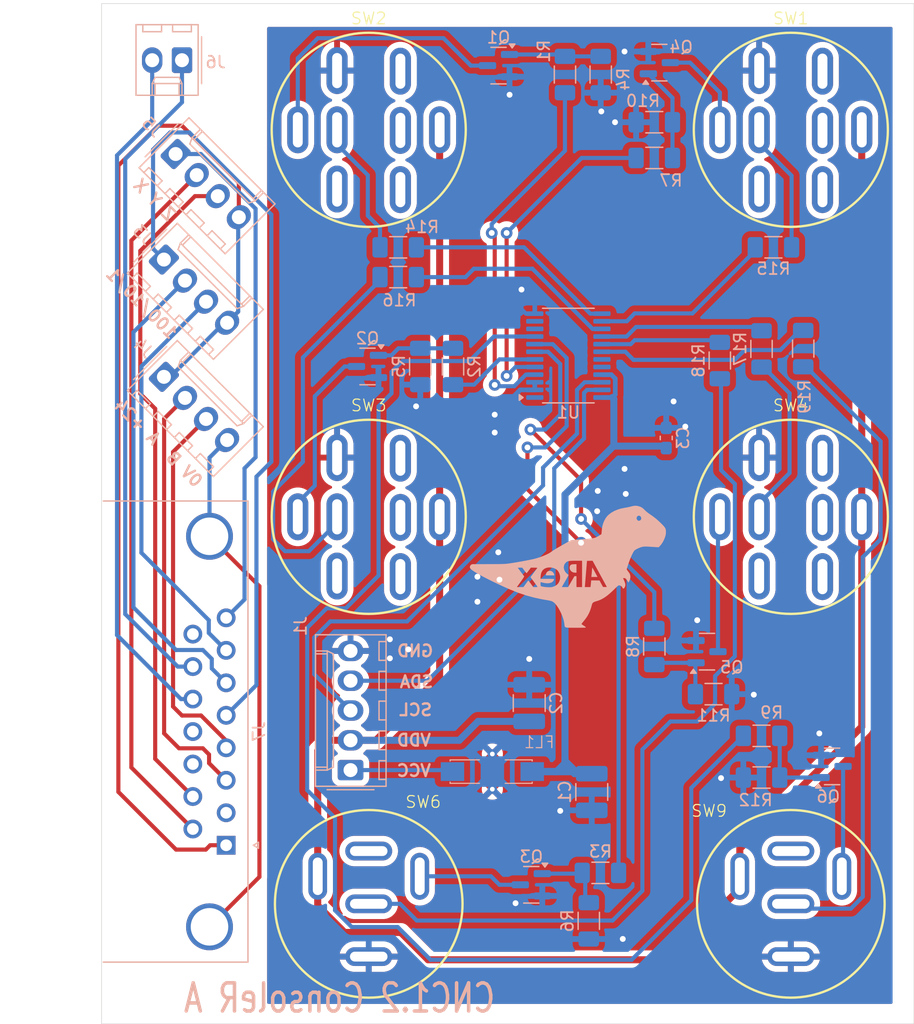
<source format=kicad_pcb>
(kicad_pcb (version 20240108) (generator "pcbnew") (generator_version "8.0")
  (layers (0 "F.Cu" signal) (31 "B.Cu" signal) (34 "B.Paste" user) (35 "F.Paste" user) (36 "B.SilkS" user "B.Silkscreen") (37 "F.SilkS" user "F.Silkscreen") (38 "B.Mask" user) (39 "F.Mask" user) (44 "Edge.Cuts" user))
  (net 0 "")
  (net 1 "VDD")
  (net 2 "SDA")
  (net 3 "SCL")
  (net 9 "Net-(U1-IO1_0)")
  (net 10 "Net-(U1-IO1_1)")
  (net 11 "Net-(U1-IO1_2)")
  (net 12 "Net-(U1-IO1_3)")
  (net 13 "Net-(U1-IO1_4)")
  (net 14 "VCC")
  (net 15 "GND")
  (net 29 "DUST_LED")
  (net 30 "OVERRIDE_LED")
  (net 31 "COOLING_LED")
  (net 32 "RELEASE_LED")
  (net 33 "DOOR_LED")
  (net 34 "PGM_LED")
  (net 35 "DUST_SW")
  (net 36 "OVERRIDE_SW")
  (net 37 "COOLING_SW")
  (net 38 "RELEASE_SW")
  (net 39 "DOOR_SW")
  (net 40 "PGM_SW")
  (net 41 "Net-(J1-Pin_1)")
  (net 42 "Net-(Q1-D)")
  (net 43 "Net-(Q1-G)")
  (net 44 "Net-(Q2-D)")
  (net 45 "Net-(Q2-G)")
  (net 46 "Net-(Q3-G)")
  (net 47 "Net-(Q3-D)")
  (net 48 "Net-(Q4-D)")
  (net 49 "Net-(Q4-G)")
  (net 50 "Net-(Q5-G)")
  (net 51 "Net-(Q5-D)")
  (net 52 "Net-(Q6-G)")
  (net 53 "Net-(Q6-D)")
  (net 54 "E_STOP1")
  (net 55 "E_STOP2")
  (net 56 "MPG_A")
  (net 58 "RES_1")
  (net 59 "MPG_B")
  (net 60 "RES_100")
  (net 61 "Y_AXIS_SELECT")
  (net 62 "Z_AXIS_SELECT")
  (net 63 "X_AXIS_SELECT")
  (net 66 "RES_10")
  (net 67 "+24V")
  (net 68 "0V")
  (net 70 "Net-(U1-IO1_5)")
  (footprint "Adarwoo:PUSH_STDP_LED" (layer "F.Cu") (at 199.5 219.764)
    (property "Reference" "SW9")
    (property "Value" "~")
  )
  (footprint "Adarwoo:DPDT-LED12V" (layer "F.Cu") (at 199.5 186.764)
    (property "Reference" "SW4")
    (property "Value" "~" (hide yes))
  )
  (footprint "Adarwoo:DPDT-LED12V" (layer "F.Cu") (at 163.5 153.764)
    (property "Reference" "SW2")
    (property "Value" "~" (hide yes))
  )
  (footprint "Adarwoo:DPDT-LED12V" (layer "F.Cu") (at 163.5 186.764)
    (property "Reference" "SW3")
    (property "Value" "~" (hide yes))
  )
  (footprint "Adarwoo:DPDT-LED12V" (layer "F.Cu") (at 199.5 153.764)
    (property "Reference" "SW1")
    (property "Value" "~" (hide yes))
  )
  (footprint "Adarwoo:PUSH_STDP_LED" (layer "F.Cu") (at 163.5 219.764)
    (property "Reference" "SW6")
    (property "Value" "~")
  )
  (footprint "Connector_Molex:Molex_KK-254_AE-6410-04A_1x04_P2.54mm_Vertical" (layer "B.Cu") (at 146.031949 164.827949 -45)
    (property "Reference" "J3")
    (property "Value" "Conn_01x04_Pin")
  )
  (footprint "Resistor_SMD:R_1206_3216Metric_Pad1.30x1.75mm_HandSolder" (layer "B.Cu") (at 192.91 201.884)
    (property "Reference" "R11")
    (property "Value" "100k")
  )
  (footprint "Connector_Molex:Molex_KK-254_AE-6410-05A_1x05_P2.54mm_Vertical" (layer "B.Cu") (at 161.948 208.361 90)
    (property "Reference" "J1")
    (property "Value" "Conn_01x05_Pin")
  )
  (footprint "Resistor_SMD:R_1206_3216Metric_Pad1.30x1.75mm_HandSolder" (layer "B.Cu") (at 182.268 221.214 -90)
    (property "Reference" "R6")
    (property "Value" "100k")
  )
  (footprint "Resistor_SMD:R_1206_3216Metric_Pad1.30x1.75mm_HandSolder" (layer "B.Cu") (at 166.012 163.784 180)
    (property "Reference" "R14")
    (property "Value" "332")
  )
  (footprint "Resistor_SMD:R_1206_3216Metric_Pad1.30x1.75mm_HandSolder" (layer "B.Cu") (at 187.856 156.164)
    (property "Reference" "R7")
    (property "Value" "22")
  )
  (footprint "Resistor_SMD:R_1206_3216Metric_Pad1.30x1.75mm_HandSolder" (layer "B.Cu") (at 180.236 149.052 90)
    (property "Reference" "R1")
    (property "Value" "22")
  )
  (footprint "Resistor_SMD:R_1206_3216Metric_Pad1.30x1.75mm_HandSolder" (layer "B.Cu") (at 187.856 153.116 180)
    (property "Reference" "R10")
    (property "Value" "100k")
  )
  (footprint "Resistor_SMD:R_1206_3216Metric_Pad1.30x1.75mm_HandSolder" (layer "B.Cu") (at 200.556 172.42 -90)
    (property "Reference" "R19")
    (property "Value" "332")
  )
  (footprint "Resistor_SMD:R_1206_3216Metric_Pad1.30x1.75mm_HandSolder" (layer "B.Cu") (at 187.856 197.82 -90)
    (property "Reference" "R8")
    (property "Value" "22")
  )
  (footprint "Resistor_SMD:R_1206_3216Metric_Pad1.30x1.75mm_HandSolder" (layer "B.Cu") (at 167.894 173.944 -90)
    (property "Reference" "R5")
    (property "Value" "100k")
  )
  (footprint "Resistor_SMD:R_1206_3216Metric_Pad1.30x1.75mm_HandSolder" (layer "B.Cu") (at 197 205.44)
    (property "Reference" "R9")
    (property "Value" "22")
  )
  (footprint "Connector_Molex:Molex_KK-254_AE-6410-04A_1x04_P2.54mm_Vertical" (layer "B.Cu") (at 147.031949 155.827949 -45)
    (property "Reference" "J5")
    (property "Value" "Conn_01x04_Pin")
  )
  (footprint "Package_TO_SOT_SMD:SOT-23" (layer "B.Cu") (at 163.3935 173.944 180)
    (property "Reference" "Q2")
    (property "Value" "BSS138")
  )
  (footprint "cnc:Murata_NFM61R" (layer "B.Cu") (at 174.042 208.488 180)
    (property "Reference" "FL1")
    (property "Value" "Filter_EMI_LCL")
  )
  (footprint "Package_TO_SOT_SMD:SOT-23" (layer "B.Cu") (at 203.0175 208.046)
    (property "Reference" "Q6")
    (property "Value" "BSS138")
  )
  (footprint "Capacitor_SMD:C_1210_3225Metric_Pad1.33x2.70mm_HandSolder" (layer "B.Cu") (at 177.188 202.646 90)
    (property "Reference" "C2")
    (property "Value" "47u")
  )
  (footprint "Connector_Dsub:DSUB-15_Male_Horizontal_P2.77x2.84mm_EdgePinOffset7.70mm_Housed_MountingHolesOffset9.12mm" (layer "B.Cu") (at 151.34 214.769 90)
    (property "Reference" "J7")
    (property "Value" "DA15_Plug_MountingHoles")
  )
  (footprint "Capacitor_SMD:C_1210_3225Metric_Pad1.33x2.70mm_HandSolder" (layer "B.Cu") (at 182.522 210.2275 -90)
    (property "Reference" "C1")
    (property "Value" "47u")
  )
  (footprint "Resistor_SMD:R_1206_3216Metric_Pad1.30x1.75mm_HandSolder" (layer "B.Cu") (at 183.284 149.052 -90)
    (property "Reference" "R4")
    (property "Value" "100k")
  )
  (footprint "Package_TO_SOT_SMD:SOT-23" (layer "B.Cu") (at 177.3635 218.14 180)
    (property "Reference" "Q3")
    (property "Value" "BSS138")
  )
  (footprint "Connector_Molex:Molex_KK-254_AE-6410-04A_1x04_P2.54mm_Vertical" (layer "B.Cu") (at 146.031949 174.827949 -45)
    (property "Reference" "J4")
    (property "Value" "Conn_01x04_Pin")
  )
  (footprint "Connector_Molex:Molex_KK-254_AE-6410-02A_1x02_P2.54mm_Vertical" (layer "B.Cu") (at 147.571949 147.827949 180)
    (property "Reference" "J6")
    (property "Value" "Conn_01x02_Pin")
  )
  (footprint "Resistor_SMD:R_1206_3216Metric_Pad1.30x1.75mm_HandSolder" (layer "B.Cu") (at 197 172.446 -90)
    (property "Reference" "R17")
    (property "Value" "332")
  )
  (footprint "Resistor_SMD:R_1206_3216Metric_Pad1.30x1.75mm_HandSolder" (layer "B.Cu") (at 166.012 166.324 180)
    (property "Reference" "R16")
    (property "Value" "332")
  )
  (footprint "Capacitor_SMD:C_0603_1608Metric_Pad1.08x0.95mm_HandSolder" (layer "B.Cu") (at 188.872 180.04 90)
    (property "Reference" "C3")
    (property "Value" "100n")
  )
  (footprint "Package_TO_SOT_SMD:SOT-23" (layer "B.Cu") (at 192.3495 198.262)
    (property "Reference" "Q5")
    (property "Value" "BSS138")
  )
  (footprint "Resistor_SMD:R_1206_3216Metric_Pad1.30x1.75mm_HandSolder" (layer "B.Cu") (at 198.016 163.784)
    (property "Reference" "R15")
    (property "Value" "332")
  )
  (footprint "Resistor_SMD:R_1206_3216Metric_Pad1.30x1.75mm_HandSolder" (layer "B.Cu") (at 193.444 173.436 -90)
    (property "Reference" "R18")
    (property "Value" "332")
  )
  (footprint "Resistor_SMD:R_1206_3216Metric_Pad1.30x1.75mm_HandSolder" (layer "B.Cu") (at 197 208.996 180)
    (property "Reference" "R12")
    (property "Value" "100k")
  )
  (footprint "Resistor_SMD:R_1206_3216Metric_Pad1.30x1.75mm_HandSolder" (layer "B.Cu") (at 183.258 217.124 180)
    (property "Reference" "R3")
    (property "Value" "22")
  )
  (footprint "Resistor_SMD:R_1206_3216Metric_Pad1.30x1.75mm_HandSolder" (layer "B.Cu") (at 170.688 173.944 90)
    (property "Reference" "R2")
    (property "Value" "22")
  )
  (footprint "Package_TO_SOT_SMD:SOT-23" (layer "B.Cu") (at 188.2855 148.036)
    (property "Reference" "Q4")
    (property "Value" "BSS138")
  )
  (footprint "Package_SO:TSSOP-24_4.4x7.8mm_P0.65mm" (layer "B.Cu") (at 180.5255 173.015)
    (property "Reference" "U1")
    (property "Value" "PCA9555PW")
  )
  (footprint "Package_TO_SOT_SMD:SOT-23" (layer "B.Cu") (at 174.5695 148.29 180)
    (property "Reference" "Q1")
    (property "Value" "BSS138")
  )
  (footprint "LOGO" (layer "B.Cu") (at 180.4924 191.008 180)
    (property "Reference" "G***" (hide yes))
    (property "Value" "LOGO" (hide yes))
  )
  (gr_rect (start 140.714 143) (end 210 230) (stroke (width 0.05)) (fill none) (layer "Edge.Cuts"))
  (gr_text "SDA" (at 169.1132 201.422 0) (layer "B.SilkS") (effects (font (size 1 1) (thickness 0.2)) (justify left bottom mirror)))
  (gr_text "Z Y X" (at 146.426749 161.760349 315) (layer "B.SilkS") (effects (font (size 1 1) (thickness 0.2) (bold yes)) (justify left bottom mirror)))
  (gr_text "VDD" (at 168.91 206.4004 0) (layer "B.SilkS") (effects (font (size 1 1) (thickness 0.2)) (justify left bottom mirror)))
  (gr_text "SCL" (at 169.0116 203.8096 0) (layer "B.SilkS") (effects (font (size 1 1) (thickness 0.2)) (justify left bottom mirror)))
  (gr_text "100/10/1" (at 146.579149 171.818749 315) (layer "B.SilkS") (effects (font (size 1 1) (thickness 0.2) (bold yes)) (justify left bottom mirror)))
  (gr_text "VCC" (at 168.91 208.9912 0) (layer "B.SilkS") (effects (font (size 1 1) (thickness 0.2)) (justify left bottom mirror)))
  (gr_text "GND" (at 169.1132 198.7804 0) (layer "B.SilkS") (effects (font (size 1 1) (thickness 0.2)) (justify left bottom mirror)))
  (gr_text "0V B  A +24" (at 148.712749 184.467949 315) (layer "B.SilkS") (effects (font (size 1 1) (thickness 0.2) (bold yes)) (justify left bottom mirror)))
  (gr_text "CNC1.2 ConsoleR A" (at 174.4472 229.2096 0) (layer "B.SilkS") (effects (font (size 2.4 1.8) (thickness 0.3)) (justify left bottom mirror)))
  (segment (start 205.55 204.66) (end 205.55 186.764) (width 0.6) (layer "F.Cu") (net 1))
  (segment (start 205.55 186.764) (end 205.55 153.764) (width 0.6) (layer "F.Cu") (net 1))
  (segment (start 159.15 206.714) (end 160.043 205.821) (width 0.6) (layer "F.Cu") (net 1))
  (segment (start 161.44 222.204) (end 159.15 219.914) (width 0.6) (layer "F.Cu") (net 1))
  (segment (start 166.236 222.204) (end 161.44 222.204) (width 0.6) (layer "F.Cu") (net 1))
  (segment (start 160.043 205.821) (end 161.948 205.821) (width 0.6) (layer "F.Cu") (net 1))
  (segment (start 169.55 200.378) (end 169.55 186.764) (width 0.6) (layer "F.Cu") (net 1))
  (segment (start 195.15 215.06) (end 205.55 204.66) (width 0.6) (layer "F.Cu") (net 1))
  (segment (start 169.55 186.764) (end 169.55 153.764) (width 0.6) (layer "F.Cu") (net 1))
  (segment (start 164.107 205.821) (end 169.55 200.378) (width 0.6) (layer "F.Cu") (net 1))
  (segment (start 161.948 205.821) (end 164.107 205.821) (width 0.6) (layer "F.Cu") (net 1))
  (segment (start 159.15 217.414) (end 159.15 206.714) (width 0.6) (layer "F.Cu") (net 1))
  (segment (start 195.15 218.466) (end 189.08 224.536) (width 0.6) (layer "F.Cu") (net 1))
  (segment (start 159.15 219.914) (end 159.15 217.414) (width 0.6) (layer "F.Cu") (net 1))
  (segment (start 168.568 224.536) (end 166.236 222.204) (width 0.6) (layer "F.Cu") (net 1))
  (segment (start 195.15 217.414) (end 195.15 215.06) (width 0.6) (layer "F.Cu") (net 1))
  (segment (start 189.08 224.536) (end 168.568 224.536) (width 0.6) (layer "F.Cu") (net 1))
  (segment (start 171.219 205.821) (end 172.8315 204.2085) (width 0.6) (layer "B.Cu") (net 1))
  (segment (start 172.8315 204.2085) (end 177.188 204.2085) (width 0.6) (layer "B.Cu") (net 1))
  (segment (start 161.948 205.821) (end 171.219 205.821) (width 0.6) (layer "B.Cu") (net 1))
  (segment (start 179.324 182.626) (end 181.864 180.086) (width 0.35) (layer "B.Cu") (net 2))
  (segment (start 181.864 180.086) (end 181.864 176.194) (width 0.35) (layer "B.Cu") (net 2))
  (segment (start 179.324 189.9412) (end 179.324 182.626) (width 0.35) (layer "B.Cu") (net 2))
  (segment (start 161.948 200.741) (end 168.5242 200.741) (width 0.35) (layer "B.Cu") (net 2))
  (segment (start 182.118 175.94) (end 183.388 175.94) (width 0.35) (layer "B.Cu") (net 2))
  (segment (start 181.864 176.194) (end 182.118 175.94) (width 0.35) (layer "B.Cu") (net 2))
  (segment (start 168.5242 200.741) (end 179.324 189.9412) (width 0.35) (layer "B.Cu") (net 2))
  (segment (start 161.948 203.281) (end 158.8516 200.1846) (width 0.35) (layer "B.Cu") (net 3))
  (segment (start 178.3684 182.5656) (end 181.264 179.67) (width 0.35) (layer "B.Cu") (net 3))
  (segment (start 181.264 179.67) (end 181.264 175.936378) (width 0.35) (layer "B.Cu") (net 3))
  (segment (start 181.264 175.936378) (end 181.910378 175.29) (width 0.35) (layer "B.Cu") (net 3))
  (segment (start 181.910378 175.29) (end 183.388 175.29) (width 0.35) (layer "B.Cu") (net 3))
  (segment (start 166.7764 195.6816) (end 178.3684 184.0896) (width 0.35) (layer "B.Cu") (net 3))
  (segment (start 158.8516 197.0532) (end 160.2232 195.6816) (width 0.35) (layer "B.Cu") (net 3))
  (segment (start 158.8516 200.1846) (end 158.8516 197.0532) (width 0.35) (layer "B.Cu") (net 3))
  (segment (start 160.2232 195.6816) (end 166.7764 195.6816) (width 0.35) (layer "B.Cu") (net 3))
  (segment (start 178.3684 184.0896) (end 178.3684 182.5656) (width 0.35) (layer "B.Cu") (net 3))
  (segment (start 182.394 169.44) (end 176.738 163.784) (width 0.35) (layer "B.Cu") (net 9))
  (segment (start 183.388 169.44) (end 182.394 169.44) (width 0.35) (layer "B.Cu") (net 9))
  (segment (start 176.738 163.784) (end 167.562 163.784) (width 0.35) (layer "B.Cu") (net 9))
  (segment (start 186.182 169.418) (end 185.51 170.09) (width 0.35) (layer "B.Cu") (net 10))
  (segment (start 191.1096 169.418) (end 186.182 169.418) (width 0.35) (layer "B.Cu") (net 10))
  (segment (start 185.51 170.09) (end 183.388 170.09) (width 0.35) (layer "B.Cu") (net 10))
  (segment (start 196.466 164.0616) (end 191.1096 169.418) (width 0.35) (layer "B.Cu") (net 10))
  (segment (start 177.458622 165.608) (end 172.466 165.608) (width 0.35) (layer "B.Cu") (net 11))
  (segment (start 171.75 166.324) (end 167.562 166.324) (width 0.35) (layer "B.Cu") (net 11))
  (segment (start 182.590622 170.74) (end 177.458622 165.608) (width 0.35) (layer "B.Cu") (net 11))
  (segment (start 183.388 170.74) (end 182.590622 170.74) (width 0.35) (layer "B.Cu") (net 11))
  (segment (start 172.466 165.608) (end 171.75 166.324) (width 0.35) (layer "B.Cu") (net 11))
  (segment (start 183.388 171.39) (end 185.486 171.39) (width 0.35) (layer "B.Cu") (net 12))
  (segment (start 185.486 171.39) (end 186.302 170.574) (width 0.35) (layer "B.Cu") (net 12))
  (segment (start 186.302 170.574) (end 196.678 170.574) (width 0.35) (layer "B.Cu") (net 12))
  (segment (start 185.846 172.04) (end 186.182 171.704) (width 0.35) (layer "B.Cu") (net 13))
  (segment (start 183.388 172.04) (end 185.846 172.04) (width 0.35) (layer "B.Cu") (net 13))
  (segment (start 186.182 171.704) (end 193.262 171.704) (width 0.35) (layer "B.Cu") (net 13))
  (segment (start 179.3748 208.488) (end 179.5224 208.488) (width 0.6) (layer "B.Cu") (net 14))
  (segment (start 179.5224 208.488) (end 180.2384 207.772) (width 0.6) (layer "B.Cu") (net 14))
  (segment (start 184.5255 176.3415) (end 184.5255 174.980122) (width 0.4) (layer "B.Cu") (net 14))
  (segment (start 184.404 176.717) (end 184.404 180.698) (width 0.6) (layer "B.Cu") (net 14))
  (segment (start 184.277 176.59) (end 184.404 176.717) (width 0.6) (layer "B.Cu") (net 14))
  (segment (start 184.185378 174.64) (end 183.388 174.64) (width 0.4) (layer "B.Cu") (net 14))
  (segment (start 180.2384 207.3656) (end 180.2384 184.8636) (width 0.6) (layer "B.Cu") (net 14))
  (segment (start 177.442 208.488) (end 182.345 208.488) (width 0.6) (layer "B.Cu") (net 14))
  (segment (start 180.2384 207.772) (end 181.0512 208.5848) (width 0.6) (layer "B.Cu") (net 14))
  (segment (start 181.0512 208.665) (end 182.522 208.665) (width 0.6) (layer "B.Cu") (net 14))
  (segment (start 184.368 180.734) (end 188.7035 180.734) (width 0.6) (layer "B.Cu") (net 14))
  (segment (start 178.562 208.488) (end 177.442 208.488) (width 0.6) (layer "B.Cu") (net 14))
  (segment (start 184.404 180.698) (end 184.368 180.734) (width 0.6) (layer "B.Cu") (net 14))
  (segment (start 184.277 176.59) (end 184.5255 176.3415) (width 0.4) (layer "B.Cu") (net 14))
  (segment (start 181.1528 208.488) (end 179.3748 208.488) (width 0.6) (layer "B.Cu") (net 14))
  (segment (start 181.0512 208.5848) (end 181.0512 208.665) (width 0.6) (layer "B.Cu") (net 14))
  (segment (start 180.2384 184.8636) (end 184.368 180.734) (width 0.6) (layer "B.Cu") (net 14))
  (segment (start 180.2384 207.772) (end 180.2384 207.3656) (width 0.6) (layer "B.Cu") (net 14))
  (segment (start 182.345 208.488) (end 181.1528 208.488) (width 0.6) (layer "B.Cu") (net 14))
  (segment (start 184.277 176.59) (end 183.388 176.59) (width 0.4) (layer "B.Cu") (net 14))
  (segment (start 179.3748 208.488) (end 178.562 208.488) (width 0.6) (layer "B.Cu") (net 14))
  (segment (start 180.2384 207.5736) (end 181.1528 208.488) (width 0.6) (layer "B.Cu") (net 14))
  (segment (start 181.1528 208.488) (end 178.562 208.488) (width 0.6) (layer "B.Cu") (net 14))
  (segment (start 184.5255 174.980122) (end 184.185378 174.64) (width 0.4) (layer "B.Cu") (net 14))
  (segment (start 180.2384 207.3656) (end 180.2384 207.5736) (width 0.6) (layer "B.Cu") (net 14))
  (via (at 189.5 176.924) (size 1) (drill 0.5) (layers "F.Cu" "B.Cu") (net 15))
  (via (at 166.878 198.0692) (size 1) (drill 0.5) (layers "F.Cu" "B.Cu") (net 15))
  (via (at 174.6504 192.1256) (size 1) (drill 0.5) (layers "F.Cu" "B.Cu") (net 15))
  (via (at 193.548 209.042) (size 1) (drill 0.5) (layers "F.Cu" "B.Cu") (net 15))
  (via (at 185.3184 182.6768) (size 1) (drill 0.5) (layers "F.Cu" "B.Cu") (net 15))
  (via (at 185.316 147.086) (size 1) (drill 0.5) (layers "F.Cu" "B.Cu") (net 15))
  (via (at 172.7708 191.8716) (size 1) (drill 0.5) (layers "F.Cu" "B.Cu") (net 15))
  (via (at 185.42 184.8104) (size 1) (drill 0.5) (layers "F.Cu" "B.Cu") (net 15))
  (via (at 191.516 195.58) (size 1) (drill 0.5) (layers "F.Cu" "B.Cu") (net 15))
  (via (at 165.3032 198.8312) (size 1) (drill 0.5) (layers "F.Cu" "B.Cu") (net 15))
  (via (at 167.5384 177.3428) (size 1) (drill 0.5) (layers "F.Cu" "B.Cu") (net 15))
  (via (at 174.244 179.578) (size 1) (drill 0.5) (layers "F.Cu" "B.Cu") (net 15))
  (via (at 190.5 179.07) (size 1) (drill 0.5) (layers "F.Cu" "B.Cu") (net 15))
  (via (at 185.166 222.758) (size 1) (drill 0.5) (layers "F.Cu" "B.Cu") (net 15))
  (via (at 179.832 211.836) (size 1) (drill 0.5) (layers "F.Cu" "B.Cu") (net 15))
  (via (at 196.342 201.93) (size 1) (drill 0.5) (layers "F.Cu" "B.Cu") (net 15))
  (via (at 172.7708 194.0052) (size 1) (drill 0.5) (layers "F.Cu" "B.Cu") (net 15))
  (via (at 184.5056 153.116) (size 1) (drill 0.5) (layers "F.Cu" "B.Cu") (net 15))
  (via (at 183.3372 152.1968) (size 1) (drill 0.5) (layers "F.Cu" "B.Cu") (net 15))
  (via (at 183.0324 184.5564) (size 1) (drill 0.5) (layers "F.Cu" "B.Cu") (net 15))
  (via (at 174.244 178.054) (size 1) (drill 0.5) (layers "F.Cu" "B.Cu") (net 15))
  (via (at 176.022 219.71) (size 1) (drill 0.5) (layers "F.Cu" "B.Cu") (net 15))
  (via (at 176.53 167.386) (size 1) (drill 0.5) (layers "F.Cu" "B.Cu") (net 15))
  (via (at 174.5488 189.7888) (size 1) (drill 0.5) (layers "F.Cu" "B.Cu") (net 15))
  (via (at 177.188 198.882) (size 1) (drill 0.5) (layers "F.Cu" "B.Cu") (net 15))
  (via (at 201.93 205.232) (size 1) (drill 0.5) (layers "F.Cu" "B.Cu") (net 15))
  (via (at 175.514 150.7744) (size 1) (drill 0.5) (layers "F.Cu" "B.Cu") (net 15))
  (via (at 165.3032 197.2056) (size 1) (drill 0.5) (layers "F.Cu" "B.Cu") (net 15))
  (via (at 182.9816 186.2836) (size 1) (drill 0.5) (layers "F.Cu" "B.Cu") (net 15))
  (segment (start 176.53 167.386) (end 176.53 169.0624) (width 0.35) (layer "B.Cu") (net 15))
  (segment (start 185.316 147.086) (end 187.348 147.086) (width 0.35) (layer "B.Cu") (net 15))
  (segment (start 177.663 175.94) (end 176.414151 175.94) (width 0.4) (layer "B.Cu") (net 15))
  (segment (start 176.642 219.09) (end 178.301 219.09) (width 0.35) (layer "B.Cu") (net 15))
  (segment (start 176.414151 175.94) (end 174.300151 178.054) (width 0.4) (layer "B.Cu") (net 15))
  (segment (start 176.022 219.71) (end 176.642 219.09) (width 0.35) (layer "B.Cu") (net 15))
  (segment (start 176.53 169.0624) (end 176.9076 169.44) (width 0.35) (layer "B.Cu") (net 15))
  (segment (start 176.9076 169.44) (end 177.663 169.44) (width 0.35) (layer "B.Cu") (net 15))
  (segment (start 174.300151 178.054) (end 174.244 178.054) (width 0.4) (layer "B.Cu") (net 15))
  (segment (start 175.26 174.752) (end 175.26 162.56) (width 0.35) (layer "F.Cu") (net 29))
  (via (at 175.26 162.56) (size 1) (drill 0.5) (layers "F.Cu" "B.Cu") (net 29))
  (via (at 175.26 174.752) (size 1) (drill 0.5) (layers "F.Cu" "B.Cu") (net 29))
  (segment (start 181.656 156.164) (end 186.306 156.164) (width 0.35) (layer "B.Cu") (net 29))
  (segment (start 175.26 162.56) (end 181.656 156.164) (width 0.35) (layer "B.Cu") (net 29))
  (segment (start 176.022 173.99) (end 175.26 174.752) (width 0.35) (layer "B.Cu") (net 29))
  (segment (start 177.663 173.99) (end 176.022 173.99) (width 0.35) (layer "B.Cu") (net 29))
  (segment (start 174.244 175.514) (end 174.244 162.814) (width 0.35) (layer "F.Cu") (net 30))
  (segment (start 174.244 162.814) (end 173.99 162.56) (width 0.35) (layer "F.Cu") (net 30))
  (via (at 173.99 162.56) (size 1) (drill 0.5) (layers "F.Cu" "B.Cu") (net 30))
  (via (at 174.244 175.514) (size 1) (drill 0.5) (layers "F.Cu" "B.Cu") (net 30))
  (segment (start 173.99 161.798) (end 180.236 155.552) (width 0.35) (layer "B.Cu") (net 30))
  (segment (start 176.900978 174.64) (end 177.663 174.64) (width 0.35) (layer "B.Cu") (net 30))
  (segment (start 173.99 162.56) (end 173.99 161.798) (width 0.35) (layer "B.Cu") (net 30))
  (segment (start 174.244 175.514) (end 174.357 175.627) (width 0.35) (layer "B.Cu") (net 30))
  (segment (start 174.357 175.627) (end 175.913978 175.627) (width 0.35) (layer "B.Cu") (net 30))
  (segment (start 180.236 155.552) (end 180.236 150.602) (width 0.35) (layer "B.Cu") (net 30))
  (segment (start 175.913978 175.627) (end 176.900978 174.64) (width 0.35) (layer "B.Cu") (net 30))
  (segment (start 170.076 175.494) (end 172.486 175.494) (width 0.35) (layer "B.Cu") (net 31))
  (segment (start 174.64 173.34) (end 177.663 173.34) (width 0.35) (layer "B.Cu") (net 31))
  (segment (start 172.486 175.494) (end 174.64 173.34) (width 0.35) (layer "B.Cu") (net 31))
  (segment (start 181.61 186.944) (end 181.61 183.642) (width 0.35) (layer "F.Cu") (net 32))
  (segment (start 181.61 183.642) (end 177.292 179.324) (width 0.35) (layer "F.Cu") (net 32))
  (via (at 177.292 179.324) (size 1) (drill 0.5) (layers "F.Cu" "B.Cu") (net 32))
  (via (at 181.61 186.944) (size 1) (drill 0.5) (layers "F.Cu" "B.Cu") (net 32))
  (segment (start 179.832 178.054) (end 178.562 179.324) (width 0.35) (layer "B.Cu") (net 32))
  (segment (start 187.856 193.19) (end 181.61 186.944) (width 0.35) (layer "B.Cu") (net 32))
  (segment (start 178.786 172.69) (end 179.832 173.736) (width 0.35) (layer "B.Cu") (net 32))
  (segment (start 178.562 179.324) (end 177.292 179.324) (width 0.35) (layer "B.Cu") (net 32))
  (segment (start 177.663 172.69) (end 178.786 172.69) (width 0.35) (layer "B.Cu") (net 32))
  (segment (start 179.832 173.736) (end 179.832 178.054) (width 0.35) (layer "B.Cu") (net 32))
  (segment (start 187.856 196.27) (end 187.856 193.19) (width 0.35) (layer "B.Cu") (net 32))
  (segment (start 177.038 180.848) (end 177.038 184.404) (width 0.35) (layer "F.Cu") (net 33))
  (segment (start 177.038 184.404) (end 181.61 188.976) (width 0.35) (layer "F.Cu") (net 33))
  (via (at 177.038 180.848) (size 1) (drill 0.5) (layers "F.Cu" "B.Cu") (net 33))
  (via (at 181.61 188.976) (size 1) (drill 0.5) (layers "F.Cu" "B.Cu") (net 33))
  (segment (start 180.382 173.228) (end 180.382 179.028) (width 0.35) (layer "B.Cu") (net 33))
  (segment (start 181.61 188.976) (end 184.808 192.174) (width 0.35) (layer "B.Cu") (net 33))
  (segment (start 179.194 172.04) (end 180.382 173.228) (width 0.35) (layer "B.Cu") (net 33))
  (segment (start 178.562 180.848) (end 177.038 180.848) (width 0.35) (layer "B.Cu") (net 33))
  (segment (start 180.382 179.028) (end 178.562 180.848) (width 0.35) (layer "B.Cu") (net 33))
  (segment (start 177.663 172.04) (end 179.194 172.04) (width 0.35) (layer "B.Cu") (net 33))
  (segment (start 184.808 192.174) (end 184.808 217.124) (width 0.35) (layer "B.Cu") (net 33))
  (segment (start 160.622365 220.312365) (end 160.622365 212.438365) (width 0.35) (layer "B.Cu") (net 34))
  (segment (start 161.544 194.564) (end 164.338 191.77) (width 0.35) (layer "B.Cu") (net 34))
  (segment (start 162.052 221.742) (end 160.622365 220.312365) (width 0.35) (layer "B.Cu") (net 34))
  (segment (start 165.971472 221.742) (end 162.052 221.742) (width 0.35) (layer "B.Cu") (net 34))
  (segment (start 160.622365 212.438365) (end 158.2516 210.0676) (width 0.35) (layer "B.Cu") (net 34))
  (segment (start 158.2516 196.223922) (end 159.911522 194.564) (width 0.35) (layer "B.Cu") (net 34))
  (segment (start 164.338 191.77) (end 164.338 177.339559) (width 0.35) (layer "B.Cu") (net 34))
  (segment (start 168.765472 224.536) (end 165.971472 221.742) (width 0.35) (layer "B.Cu") (net 34))
  (segment (start 185.928 224.536) (end 168.765472 224.536) (width 0.35) (layer "B.Cu") (net 34))
  (segment (start 158.2516 210.0676) (end 158.2516 196.223922) (width 0.35) (layer "B.Cu") (net 34))
  (segment (start 165.4435 176.234059) (end 165.4435 174.4085) (width 0.35) (layer "B.Cu") (net 34))
  (segment (start 166.37 173.482) (end 172.085 173.482) (width 0.35) (layer "B.Cu") (net 34))
  (segment (start 174.177 171.39) (end 177.663 171.39) (width 0.35) (layer "B.Cu") (net 34))
  (segment (start 164.338 177.339559) (end 165.4435 176.234059) (width 0.35) (layer "B.Cu") (net 34))
  (segment (start 195.45 205.44) (end 191.008 209.882) (width 0.35) (layer "B.Cu") (net 34))
  (segment (start 191.008 209.882) (end 191.008 219.456) (width 0.35) (layer "B.Cu") (net 34))
  (segment (start 172.085 173.482) (end 174.177 171.39) (width 0.35) (layer "B.Cu") (net 34))
  (segment (start 159.911522 194.564) (end 161.544 194.564) (width 0.35) (layer "B.Cu") (net 34))
  (segment (start 165.4435 174.4085) (end 166.37 173.482) (width 0.35) (layer "B.Cu") (net 34))
  (segment (start 191.008 219.456) (end 185.928 224.536) (width 0.35) (layer "B.Cu") (net 34))
  (segment (start 199.566 157.6772) (end 196.8 154.9112) (width 0.35) (layer "B.Cu") (net 35))
  (segment (start 199.566 163.784) (end 199.566 157.6772) (width 0.35) (layer "B.Cu") (net 35))
  (segment (start 163.4236 157.6324) (end 160.8 155.0088) (width 0.35) (layer "B.Cu") (net 36))
  (segment (start 163.4236 161.0868) (end 163.4236 157.6324) (width 0.35) (layer "B.Cu") (net 36))
  (segment (start 164.462 162.1252) (end 163.4236 161.0868) (width 0.35) (layer "B.Cu") (net 36))
  (segment (start 164.462 163.784) (end 164.462 162.1252) (width 0.35) (layer "B.Cu") (net 36))
  (segment (start 158.392 189.692) (end 160.8 187.284) (width 0.35) (layer "B.Cu") (net 37))
  (segment (start 155.344 188.676) (end 156.36 189.692) (width 0.35) (layer "B.Cu") (net 37))
  (segment (start 155.344 184.612) (end 155.344 188.676) (width 0.35) (layer "B.Cu") (net 37))
  (segment (start 164.462 166.6016) (end 157.884 173.1796) (width 0.35) (layer "B.Cu") (net 37))
  (segment (start 157.884 173.1796) (end 157.884 182.072) (width 0.35) (layer "B.Cu") (net 37))
  (segment (start 157.884 182.072) (end 155.344 184.612) (width 0.35) (layer "B.Cu") (net 37))
  (segment (start 156.36 189.692) (end 158.392 189.692) (width 0.35) (layer "B.Cu") (net 37))
  (segment (start 199.39 176.2252) (end 197.1608 173.996) (width 0.35) (layer "B.Cu") (net 38))
  (segment (start 196.8 185.6224) (end 199.39 183.0324) (width 0.35) (layer "B.Cu") (net 38))
  (segment (start 199.39 183.0324) (end 199.39 176.2252) (width 0.35) (layer "B.Cu") (net 38))
  (segment (start 193.04 200.33819) (end 194.725 198.65319) (width 0.35) (layer "B.Cu") (net 39))
  (segment (start 184.3 221.188) (end 186.84 218.648) (width 0.35) (layer "B.Cu") (net 39))
  (segment (start 166.17 219.764) (end 167.594 221.188) (width 0.35) (layer "B.Cu") (net 39))
  (segment (start 193.04 202.692) (end 193.04 200.33819) (width 0.35) (layer "B.Cu") (net 39))
  (segment (start 167.594 221.188) (end 184.3 221.188) (width 0.35) (layer "B.Cu") (net 39))
  (segment (start 194.725 183.961439) (end 193.548 182.784439) (width 0.35) (layer "B.Cu") (net 39))
  (segment (start 191.516 204.216) (end 193.04 202.692) (width 0.35) (layer "B.Cu") (net 39))
  (segment (start 186.84 206.606) (end 189.23 204.216) (width 0.35) (layer "B.Cu") (net 39))
  (segment (start 193.548 182.784439) (end 193.548 175.09) (width 0.35) (layer "B.Cu") (net 39))
  (segment (start 186.84 218.648) (end 186.84 206.606) (width 0.35) (layer "B.Cu") (net 39))
  (segment (start 189.23 204.216) (end 191.516 204.216) (width 0.35) (layer "B.Cu") (net 39))
  (segment (start 194.725 198.65319) (end 194.725 183.961439) (width 0.35) (layer "B.Cu") (net 39))
  (segment (start 164.842 219.764) (end 166.17 219.764) (width 0.35) (layer "B.Cu") (net 39))
  (segment (start 199.908 220.172) (end 204.62 220.172) (width 0.35) (layer "B.Cu") (net 40))
  (segment (start 204.62 220.172) (end 205.636 219.156) (width 0.35) (layer "B.Cu") (net 40))
  (segment (start 205.636 219.156) (end 205.636 190.2) (width 0.35) (layer "B.Cu") (net 40))
  (segment (start 205.636 190.2) (end 207.16 188.676) (width 0.35) (layer "B.Cu") (net 40))
  (segment (start 207.16 180.3376) (end 200.7924 173.97) (width 0.35) (layer "B.Cu") (net 40))
  (segment (start 207.16 188.676) (end 207.16 180.3376) (width 0.35) (layer "B.Cu") (net 40))
  (segment (start 161.948 208.361) (end 170.515 208.361) (width 0.35) (layer "B.Cu") (net 41))
  (segment (start 157.45 147.6548) (end 159.1564 145.9484) (width 0.35) (layer "B.Cu") (net 42))
  (segment (start 157.45 153.764) (end 157.45 147.6548) (width 0.35) (layer "B.Cu") (net 42))
  (segment (start 169.8716 145.9484) (end 172.2132 148.29) (width 0.35) (layer "B.Cu") (net 42))
  (segment (start 159.1564 145.9484) (end 169.8716 145.9484) (width 0.35) (layer "B.Cu") (net 42))
  (segment (start 172.2132 148.29) (end 173.632 148.29) (width 0.35) (layer "B.Cu") (net 42))
  (segment (start 175.507 147.34) (end 180.074 147.34) (width 0.35) (layer "B.Cu") (net 43))
  (segment (start 180.236 147.502) (end 183.284 147.502) (width 0.35) (layer "B.Cu") (net 43))
  (segment (start 157.45 185.554) (end 158.9 184.104) (width 0.35) (layer "B.Cu") (net 44))
  (segment (start 158.9 184.104) (end 158.9 176.484) (width 0.35) (layer "B.Cu") (net 44))
  (segment (start 158.9 176.484) (end 161.44 173.944) (width 0.35) (layer "B.Cu") (net 44))
  (segment (start 161.44 173.944) (end 162.456 173.944) (width 0.35) (layer "B.Cu") (net 44))
  (segment (start 164.331 172.994) (end 165.438 172.994) (width 0.35) (layer "B.Cu") (net 45))
  (segment (start 166.038 172.394) (end 167.536 172.394) (width 0.35) (layer "B.Cu") (net 45))
  (segment (start 165.438 172.994) (end 166.038 172.394) (width 0.35) (layer "B.Cu") (net 45))
  (segment (start 167.536 172.394) (end 170.076 172.394) (width 0.35) (layer "B.Cu") (net 45))
  (segment (start 178.301 217.19) (end 181.642 217.19) (width 0.35) (layer "B.Cu") (net 46))
  (segment (start 181.9656 219.3616) (end 181.9656 217.3816) (width 0.35) (layer "B.Cu") (net 46))
  (segment (start 167.85 217.414) (end 173.922 217.414) (width 0.35) (layer "B.Cu") (net 47))
  (segment (start 174.648 218.14) (end 176.426 218.14) (width 0.35) (layer "B.Cu") (net 47))
  (segment (start 173.922 217.414) (end 174.648 218.14) (width 0.35) (layer "B.Cu") (net 47))
  (segment (start 193.45 150.582) (end 193.45 153.764) (width 0.35) (layer "B.Cu") (net 48))
  (segment (start 190.904 148.036) (end 193.45 150.582) (width 0.35) (layer "B.Cu") (net 48))
  (segment (start 189.223 148.036) (end 190.904 148.036) (width 0.35) (layer "B.Cu") (net 48))
  (segment (start 187.348 148.986) (end 189.406 151.044) (width 0.35) (layer "B.Cu") (net 49))
  (segment (start 189.406 156.164) (end 189.406 153.116) (width 0.35) (layer "B.Cu") (net 49))
  (segment (start 189.406 151.044) (end 189.406 153.116) (width 0.35) (layer "B.Cu") (net 49))
  (segment (start 191.36 201.884) (end 191.36 199.264) (width 0.35) (layer "B.Cu") (net 50))
  (segment (start 191.412 199.212) (end 188.014 199.212) (width 0.35) (layer "B.Cu") (net 50))
  (segment (start 193.287 198.262) (end 193.287 186.927) (width 0.35) (layer "B.Cu") (net 51))
  (segment (start 198.55 208.996) (end 202.08 208.996) (width 0.35) (layer "B.Cu") (net 52))
  (segment (start 198.55 208.996) (end 198.55 205.44) (width 0.35) (layer "B.Cu") (net 52))
  (segment (start 203.955 208.046) (end 203.955 217.309) (width 0.35) (layer "B.Cu") (net 53))
  (segment (start 142.031949 155.944349) (end 142.031949 196.85) (width 0.35) (layer "B.Cu") (net 54))
  (segment (start 148.5 202.304) (end 147.485949 202.304) (width 0.35) (layer "B.Cu") (net 54))
  (segment (start 145.031949 152.944349) (end 142.031949 155.944349) (width 0.35) (layer "B.Cu") (net 54))
  (segment (start 145.031949 147.827949) (end 145.031949 152.944349) (width 0.35) (layer "B.Cu") (net 54))
  (segment (start 147.485949 202.304) (end 142.031949 196.85) (width 0.35) (layer "B.Cu") (net 54))
  (segment (start 147.571949 151.420349) (end 147.571949 147.827949) (width 0.35) (layer "B.Cu") (net 55))
  (segment (start 142.731949 156.260349) (end 147.571949 151.420349) (width 0.35) (layer "B.Cu") (net 55))
  (segment (start 148.5 199.534) (end 147.21 199.534) (width 0.35) (layer "B.Cu") (net 55))
  (segment (start 142.731949 195.055949) (end 142.731949 156.260349) (width 0.35) (layer "B.Cu") (net 55))
  (segment (start 147.21 199.534) (end 142.731949 195.055949) (width 0.35) (layer "B.Cu") (net 55))
  (segment (start 151.34 209.229) (end 149.883 207.772) (width 0.35) (layer "F.Cu") (net 56))
  (segment (start 146.05 205.232) (end 146.05 178.402) (width 0.35) (layer "F.Cu") (net 56))
  (segment (start 149.883 207.772) (end 149.883 207.033) (width 0.35) (layer "F.Cu") (net 56))
  (segment (start 147.32 206.502) (end 146.05 205.232) (width 0.35) (layer "F.Cu") (net 56))
  (segment (start 149.352 206.502) (end 147.32 206.502) (width 0.35) (layer "F.Cu") (net 56))
  (segment (start 146.05 178.402) (end 147.828 176.624) (width 0.35) (layer "F.Cu") (net 56))
  (segment (start 149.883 207.033) (end 149.352 206.502) (width 0.35) (layer "F.Cu") (net 56))
  (segment (start 146.563568 153.987949) (end 148.191949 153.987949) (width 0.35) (layer "B.Cu") (net 58))
  (segment (start 155.194 182.07) (end 153.924 183.34) (width 0.35) (layer "B.Cu") (net 58))
  (segment (start 145.105949 163.901949) (end 145.105949 155.445568) (width 0.35) (layer "B.Cu") (net 58))
  (segment (start 145.105949 155.445568) (end 146.563568 153.987949) (width 0.35) (layer "B.Cu") (net 58))
  (segment (start 146.031949 164.827949) (end 145.105949 163.901949) (width 0.35) (layer "B.Cu") (net 58))
  (segment (start 155.194 160.99) (end 155.194 182.07) (width 0.35) (layer "B.Cu") (net 58))
  (segment (start 153.924 183.34) (end 153.924 201.105) (width 0.35) (layer "B.Cu") (net 58))
  (segment (start 153.924 201.105) (end 151.34 203.689) (width 0.35) (layer "B.Cu") (net 58))
  (segment (start 148.191949 153.987949) (end 155.194 160.99) (width 0.35) (layer "B.Cu") (net 58))
  (segment (start 149.201057 203.708) (end 147.574 203.708) (width 0.35) (layer "F.Cu") (net 59))
  (segment (start 151.34 205.846943) (end 149.201057 203.708) (width 0.35) (layer "F.Cu") (net 59))
  (segment (start 146.812 202.946) (end 146.812 181.232102) (width 0.35) (layer "F.Cu") (net 59))
  (segment (start 147.574 203.708) (end 146.812 202.946) (width 0.35) (layer "F.Cu") (net 59))
  (segment (start 146.812 181.232102) (end 149.624051 178.420051) (width 0.35) (layer "F.Cu") (net 59))
  (segment (start 144.112949 173.931153) (end 149.624051 168.420051) (width 0.35) (layer "B.Cu") (net 60))
  (segment (start 149.86 196.669) (end 149.86 195.58) (width 0.35) (layer "B.Cu") (net 60))
  (segment (start 149.86 195.58) (end 144.112949 189.832949) (width 0.35) (layer "B.Cu") (net 60))
  (segment (start 151.34 198.149) (end 149.86 196.669) (width 0.35) (layer "B.Cu") (net 60))
  (segment (start 144.112949 189.832949) (end 144.112949 173.931153) (width 0.35) (layer "B.Cu") (net 60))
  (segment (start 143.256 163.196) (end 143.256 208.14) (width 0.35) (layer "F.Cu") (net 61))
  (segment (start 148.828 157.624) (end 143.256 163.196) (width 0.35) (layer "F.Cu") (net 61))
  (segment (start 143.256 208.14) (end 148.5 213.384) (width 0.35) (layer "F.Cu") (net 61))
  (segment (start 144.018 176.276) (end 144.018 164.084) (width 0.35) (layer "F.Cu") (net 62))
  (segment (start 145.288 177.546) (end 144.018 176.276) (width 0.35) (layer "F.Cu") (net 62))
  (segment (start 148.5 210.614) (end 145.288 207.402) (width 0.35) (layer "F.Cu") (net 62))
  (segment (start 148.681949 159.420051) (end 150.624051 159.420051) (width 0.35) (layer "F.Cu") (net 62))
  (segment (start 144.018 164.084) (end 148.681949 159.420051) (width 0.35) (layer "F.Cu") (net 62))
  (segment (start 145.288 207.402) (end 145.288 177.546) (width 0.35) (layer "F.Cu") (net 62))
  (segment (start 152.908 182.626) (end 152.908 193.811) (width 0.35) (layer "B.Cu") (net 63))
  (segment (start 152.908 193.811) (end 151.34 195.379) (width 0.35) (layer "B.Cu") (net 63))
  (segment (start 153.849202 160.49373) (end 153.849202 181.684798) (width 0.35) (layer "B.Cu") (net 63))
  (segment (start 153.849202 181.684798) (end 152.908 182.626) (width 0.35) (layer "B.Cu") (net 63))
  (segment (start 149.183421 155.827949) (end 153.849202 160.49373) (width 0.35) (layer "B.Cu") (net 63))
  (segment (start 147.031949 155.827949) (end 149.183421 155.827949) (width 0.35) (layer "B.Cu") (net 63))
  (segment (start 147.066 198.12) (end 143.431949 194.485949) (width 0.35) (layer "B.Cu") (net 66))
  (segment (start 150.114 198.882) (end 149.352 198.12) (width 0.35) (layer "B.Cu") (net 66))
  (segment (start 149.352 198.12) (end 147.066 198.12) (width 0.35) (layer "B.Cu") (net 66))
  (segment (start 151.34 200.919) (end 150.114 199.693) (width 0.35) (layer "B.Cu") (net 66))
  (segment (start 143.431949 194.485949) (end 143.431949 171.020051) (width 0.35) (layer "B.Cu") (net 66))
  (segment (start 150.114 199.693) (end 150.114 198.882) (width 0.35) (layer "B.Cu") (net 66))
  (segment (start 143.431949 171.020051) (end 147.828 166.624) (width 0.35) (layer "B.Cu") (net 66))
  (segment (start 149.975 214.769) (end 149.606 215.138) (width 0.35) (layer "F.Cu") (net 67))
  (segment (start 142.148 156.81) (end 145.542 153.416) (width 0.35) (layer "F.Cu") (net 67))
  (segment (start 145.542 153.416) (end 147.574 153.416) (width 0.35) (layer "F.Cu") (net 67))
  (segment (start 152.420103 158.262103) (end 152.420103 161.216103) (width 0.35) (layer "F.Cu") (net 67))
  (segment (start 147.574 153.416) (end 152.420103 158.262103) (width 0.35) (layer "F.Cu") (net 67))
  (segment (start 147.066 215.138) (end 142.148 210.22) (width 0.35) (layer "F.Cu") (net 67))
  (segment (start 151.34 214.769) (end 149.975 214.769) (width 0.35) (layer "F.Cu") (net 67))
  (segment (start 149.606 215.138) (end 147.066 215.138) (width 0.35) (layer "F.Cu") (net 67))
  (segment (start 142.148 210.22) (end 142.148 156.81) (width 0.35) (layer "F.Cu") (net 67))
  (segment (start 151.420103 170.216103) (end 152.367949 169.268257) (width 0.35) (layer "B.Cu") (net 67))
  (segment (start 146.567149 174.827949) (end 151.178995 170.216103) (width 0.35) (layer "B.Cu") (net 67))
  (segment (start 152.367949 169.268257) (end 152.367949 161.268257) (width 0.35) (layer "B.Cu") (net 67))
  (segment (start 154.178 217.466) (end 154.178 192.682) (width 0.35) (layer "F.Cu") (net 68))
  (segment (start 149.92 221.724) (end 154.178 217.466) (width 0.35) (layer "F.Cu") (net 68))
  (segment (start 154.178 192.682) (end 149.92 188.424) (width 0.35) (layer "F.Cu") (net 68))
  (segment (start 149.92 188.424) (end 149.92 181.716206) (width 0.35) (layer "B.Cu") (net 68))
  (segment (start 149.92 181.716206) (end 151.420103 180.216103) (width 0.35) (layer "B.Cu") (net 68))
  (segment (start 200.2748 170.87) (end 198.6008 172.544) (width 0.35) (layer "B.Cu") (net 70))
  (segment (start 195.5528 172.544) (end 194.7164 173.3804) (width 0.35) (layer "B.Cu") (net 70))
  (segment (start 185.39 172.69) (end 183.388 172.69) (width 0.35) (layer "B.Cu") (net 70))
  (segment (start 186.0804 173.3804) (end 185.39 172.69) (width 0.35) (layer "B.Cu") (net 70))
  (segment (start 194.7164 173.3804) (end 186.0804 173.3804) (width 0.35) (layer "B.Cu") (net 70))
  (segment (start 198.6008 172.544) (end 195.5528 172.544) (width 0.35) (layer "B.Cu") (net 70))
  (zone (net 15) (net_name "GND") (layers "F&B.Cu") (connect_pads (clearance 0.5)) (min_thickness 0.25) (fill yes (thermal_gap 0.5) (thermal_bridge_width 0.5))
    (polygon (pts (xy 154.836 144.988) (xy 208.176 144.988) (xy 208.176 228.3) (xy 154.836 228.3)))
  )
)
</source>
